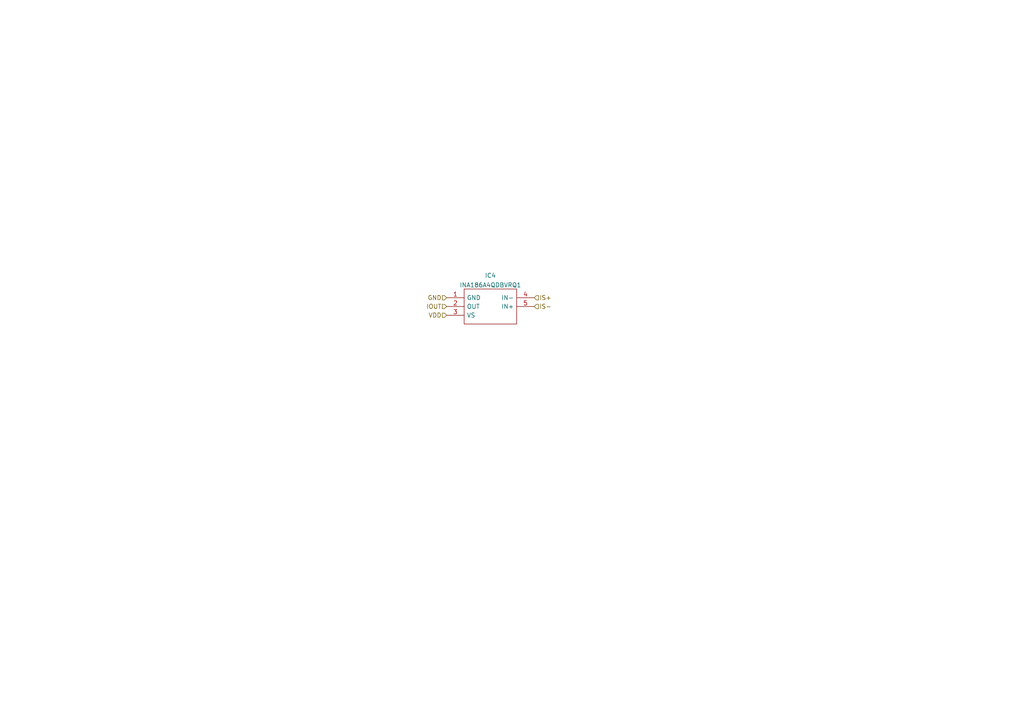
<source format=kicad_sch>
(kicad_sch (version 20211123) (generator eeschema)
  (paper "A4")
  (lib_symbols
    (symbol "SamacSys_Parts:INA186A4QDBVRQ1" (pin_names (offset 0.762))
      (property "Reference" "IC" (at 21.59 7.62 0))
      (property "Value" "INA186A4QDBVRQ1" (at 21.59 5.08 0))
      (symbol "INA186A4QDBVRQ1_0_0"
        (pin passive line (at 0 0 0) (length 5.08) (name "GND") (number "1"))
        (pin passive line (at 0 -2.54 0) (length 5.08) (name "OUT") (number "2"))
        (pin passive line (at 0 -5.08 0) (length 5.08) (name "VS") (number "3"))
        (pin passive line (at 25.4 0 180) (length 5.08) (name "IN-") (number "4"))
        (pin passive line (at 25.4 -2.54 180) (length 5.08) (name "IN+") (number "5"))
      )
      (symbol "INA186A4QDBVRQ1_0_1"
        (polyline (pts (xy 5.08 2.54) (xy 20.32 2.54) (xy 20.32 -7.62) (xy 5.08 -7.62) (xy 5.08 2.54)) (stroke (width 0.1524)))
      )
    )
  )
  (hierarchical_label "IS+" (shape input) (at 154.94 86.36 0))
  (hierarchical_label "IS-" (shape input) (at 154.94 88.9 0))
  (hierarchical_label "IOUT" (shape input) (at 129.54 88.9 180))
  (hierarchical_label "VDD" (shape input) (at 129.54 91.44 180))
  (hierarchical_label "GND" (shape input) (at 129.54 86.36 180))
  (symbol (lib_id "SamacSys_Parts:INA186A4QDBVRQ1") (at 129.54 86.36 0)
    (property "Reference" "IC4" (at 142.24 79.9043 0))
    (property "Value" "INA186A4QDBVRQ1" (at 142.24 82.6794 0))
    (property "Footprint" "SOT95P280X145-5N" (effects hide))
    (property "Datasheet" "https://www.arrow.com/en/products/ina186a4qdbvrq1/texas-instruments" (effects hide))
    (property "Description" "Current Sense Amplifiers AEC-Q100, 40V, bi-directional, high-precision current sense amplifier w/ picoamp IB & ENABLE 5-SOT-23 -40 to 125" (effects hide))
    (property "Height" "1.45" (effects hide))
    (property "Mouser Part Number" "595-INA186A4QDBVRQ1" (effects hide))
    (property "Mouser Price/Stock" "https://www.mouser.co.uk/ProductDetail/Texas-Instruments/INA186A4QDBVRQ1?qs=vmHwEFxEFR%252BUYTUyRwFc1A%3D%3D" (effects hide))
    (property "Manufacturer_Name" "Texas Instruments" (effects hide))
    (property "Manufacturer_Part_Number" "INA186A4QDBVRQ1" (effects hide))
  )
)
</source>
